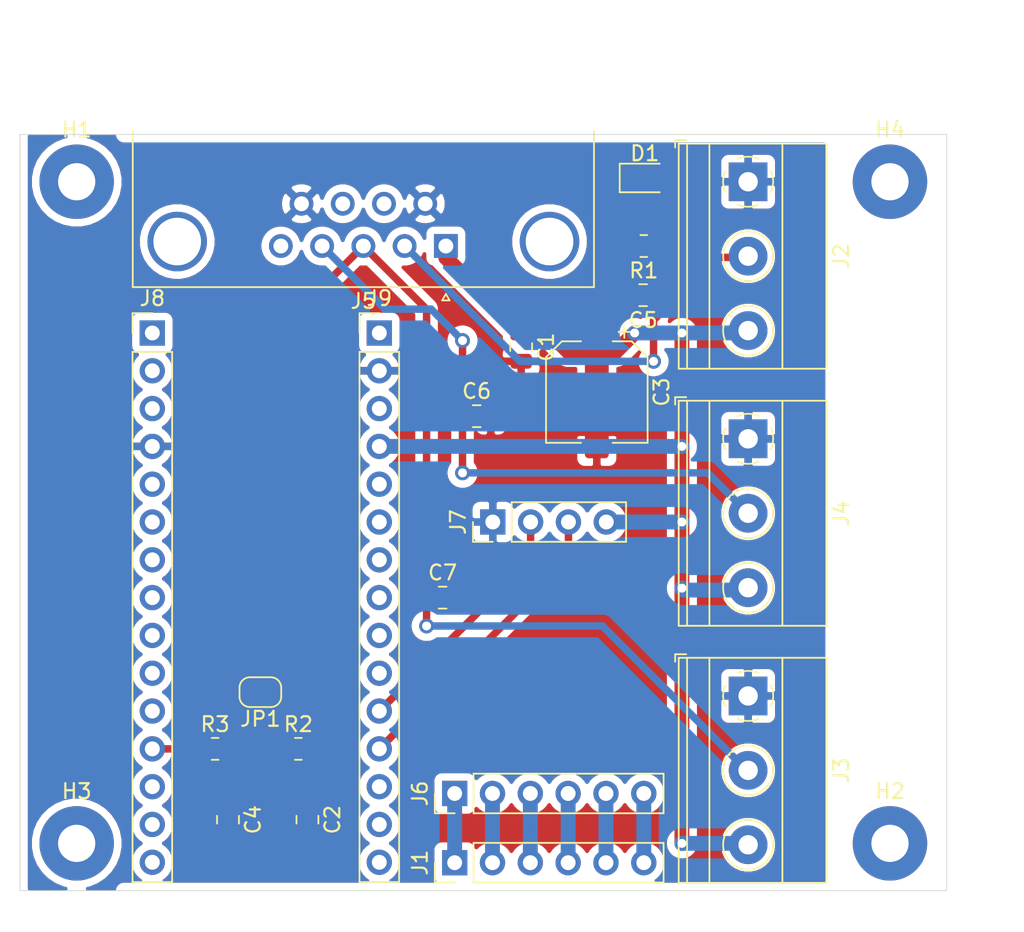
<source format=kicad_pcb>
(kicad_pcb (version 20171130) (host pcbnew "(5.1.8)-1")
  (layers (0 F.Cu signal) (31 B.Cu signal) (34 B.Paste user) (35 F.Paste user) (36 B.SilkS user) (37 F.SilkS user) (38 B.Mask user) (39 F.Mask user) (44 Edge.Cuts user))
  (net 0 "")
  (net 1 GND)
  (net 2 PEDAL_BREAK)
  (net 3 "Net-(D1-Pad2)")
  (net 4 "Net-(J1-Pad6)")
  (net 5 "Net-(J1-Pad5)")
  (net 6 "Net-(J1-Pad4)")
  (net 7 "Net-(J1-Pad3)")
  (net 8 "Net-(J1-Pad2)")
  (net 9 "Net-(J1-Pad1)")
  (net 10 VCC)
  (net 11 PEDAL_GAS)
  (net 12 PEDAL_CLUCH)
  (net 13 "Net-(J5-Pad0)")
  (net 14 SCK)
  (net 15 DT)
  (net 16 "Net-(J8-Pad12)")
  (net 17 "Net-(C4-Pad1)")
  (module MountingHole:MountingHole_2.5mm_Pad (layer F.Cu) (at 69.85 27.94)
    (fp_text reference H4 (at 0 -3.5) (layer F.SilkS))
    (fp_text value MountingHole)
    (pad 1 thru_hole circle (at 0 0) (size 5 5) (drill 2.5) (layers *.Cu *.Mask))
  )
  (module MountingHole:MountingHole_2.5mm_Pad (layer F.Cu) (at 15.24 72.39)
    (fp_text reference H3 (at 0 -3.5) (layer F.SilkS))
    (fp_text value MountingHole)
    (pad 1 thru_hole circle (at 0 0) (size 5 5) (drill 2.5) (layers *.Cu *.Mask))
  )
  (module MountingHole:MountingHole_2.5mm_Pad (layer F.Cu) (at 69.85 72.39)
    (fp_text reference H2 (at 0 -3.5) (layer F.SilkS))
    (fp_text value MountingHole)
    (pad 1 thru_hole circle (at 0 0) (size 5 5) (drill 2.5) (layers *.Cu *.Mask))
  )
  (module MountingHole:MountingHole_2.5mm_Pad (layer F.Cu) (at 15.24 27.94)
    (fp_text reference H1 (at 0 -3.5) (layer F.SilkS))
    (fp_text value MountingHole)
    (pad 1 thru_hole circle (at 0 0) (size 5 5) (drill 2.5) (layers *.Cu *.Mask))
  )
  (module Capacitor_SMD:C_0805_2012Metric (layer F.Cu) (at 39.812 55.88)
    (fp_text reference C7 (at 0 -1.68) (layer F.SilkS))
    (fp_text value 1uF)
    (fp_line (start -0.261252 -0.735) (end 0.261252 -0.735) (layer F.SilkS) (width 0.12))
    (fp_line (start -0.261252 0.735) (end 0.261252 0.735) (layer F.SilkS) (width 0.12))
    (pad 2 smd roundrect (at 0.95 0) (size 1 1.45) (layers F.Cu F.Paste F.Mask) (net 1 GND))
    (pad 1 smd roundrect (at -0.95 0) (size 1 1.45) (layers F.Cu F.Paste F.Mask) (net 2 PEDAL_BREAK))
  )
  (module Capacitor_SMD:C_0805_2012Metric (layer F.Cu) (at 42.098 43.688)
    (fp_text reference C6 (at 0 -1.68) (layer F.SilkS))
    (fp_text value 1uF)
    (fp_line (start -0.261252 -0.735) (end 0.261252 -0.735) (layer F.SilkS) (width 0.12))
    (fp_line (start -0.261252 0.735) (end 0.261252 0.735) (layer F.SilkS) (width 0.12))
    (pad 2 smd roundrect (at 0.95 0) (size 1 1.45) (layers F.Cu F.Paste F.Mask) (net 1 GND))
    (pad 1 smd roundrect (at -0.95 0) (size 1 1.45) (layers F.Cu F.Paste F.Mask) (net 12 PEDAL_CLUCH))
  )
  (module Capacitor_SMD:C_0805_2012Metric (layer F.Cu) (at 53.274 35.56 180)
    (fp_text reference C5 (at 0 -1.68) (layer F.SilkS))
    (fp_text value 1uF)
    (fp_line (start -0.261252 -0.735) (end 0.261252 -0.735) (layer F.SilkS) (width 0.12))
    (fp_line (start -0.261252 0.735) (end 0.261252 0.735) (layer F.SilkS) (width 0.12))
    (pad 2 smd roundrect (at 0.95 0 180) (size 1 1.45) (layers F.Cu F.Paste F.Mask) (net 1 GND))
    (pad 1 smd roundrect (at -0.95 0 180) (size 1 1.45) (layers F.Cu F.Paste F.Mask) (net 11 PEDAL_GAS))
  )
  (module Capacitor_SMD:CP_Elec_6.3x7.7 (layer F.Cu) (at 50.165 42.07 270)
    (fp_text reference C3 (at 0 -4.35 90) (layer F.SilkS))
    (fp_text value "100uF 25V")
    (fp_line (start 3.41 3.41) (end 3.41 1.06) (layer F.SilkS) (width 0.12))
    (fp_line (start 3.41 -3.41) (end 3.41 -1.06) (layer F.SilkS) (width 0.12))
    (fp_line (start -2.345563 -3.41) (end 3.41 -3.41) (layer F.SilkS) (width 0.12))
    (fp_line (start -2.345563 3.41) (end 3.41 3.41) (layer F.SilkS) (width 0.12))
    (fp_line (start -3.41 2.345563) (end -3.41 1.06) (layer F.SilkS) (width 0.12))
    (fp_line (start -3.41 -2.345563) (end -3.41 -1.06) (layer F.SilkS) (width 0.12))
    (fp_line (start -3.41 -2.345563) (end -2.345563 -3.41) (layer F.SilkS) (width 0.12))
    (fp_line (start -3.41 2.345563) (end -2.345563 3.41) (layer F.SilkS) (width 0.12))
    (fp_line (start -4.4375 -1.8475) (end -3.65 -1.8475) (layer F.SilkS) (width 0.12))
    (fp_line (start -4.04375 -2.24125) (end -4.04375 -1.45375) (layer F.SilkS) (width 0.12))
    (pad 2 smd roundrect (at 2.7 0 270) (size 3.5 1.6) (layers F.Cu F.Paste F.Mask) (roundrect_rratio 0.15625) (net 1 GND))
    (pad 1 smd roundrect (at -2.7 0 270) (size 3.5 1.6) (layers F.Cu F.Paste F.Mask) (roundrect_rratio 0.15625) (net 10 VCC))
  )
  (module Capacitor_SMD:C_0805_2012Metric (layer F.Cu) (at 45.085 39.05 270)
    (fp_text reference C1 (at 0 -1.68 90) (layer F.SilkS))
    (fp_text value 1uF)
    (fp_line (start -0.261252 -0.735) (end 0.261252 -0.735) (layer F.SilkS) (width 0.12))
    (fp_line (start -0.261252 0.735) (end 0.261252 0.735) (layer F.SilkS) (width 0.12))
    (pad 2 smd roundrect (at 0.95 0 270) (size 1 1.45) (layers F.Cu F.Paste F.Mask) (net 1 GND))
    (pad 1 smd roundrect (at -0.95 0 270) (size 1 1.45) (layers F.Cu F.Paste F.Mask) (net 10 VCC))
  )
  (module TerminalBlock_Phoenix:TerminalBlock_Phoenix_MKDS-1,5-3_1x03_P5.00mm_Horizontal (layer F.Cu) (at 60.325 45.212 270)
    (fp_text reference J4 (at 5 -6.26 90) (layer F.SilkS))
    (fp_text value Screw_Terminal_01x03)
    (fp_arc (start 0 0) (end -0.684 1.535) (angle -25) (layer F.SilkS) (width 0.12))
    (fp_arc (start 0 0) (end -1.535 -0.684) (angle -48) (layer F.SilkS) (width 0.12))
    (fp_arc (start 0 0) (end 0.684 -1.535) (angle -48) (layer F.SilkS) (width 0.12))
    (fp_arc (start 0 0) (end 1.535 0.684) (angle -48) (layer F.SilkS) (width 0.12))
    (fp_arc (start 0 0) (end 0 1.68) (angle -24) (layer F.SilkS) (width 0.12))
    (fp_circle (center 5 0) (end 6.68 0) (layer F.SilkS) (width 0.12))
    (fp_circle (center 10 0) (end 11.68 0) (layer F.SilkS) (width 0.12))
    (fp_line (start -2.56 4.1) (end 12.56 4.1) (layer F.SilkS) (width 0.12))
    (fp_line (start -2.56 2.6) (end 12.56 2.6) (layer F.SilkS) (width 0.12))
    (fp_line (start -2.56 -2.301) (end 12.56 -2.301) (layer F.SilkS) (width 0.12))
    (fp_line (start -2.56 -5.261) (end 12.56 -5.261) (layer F.SilkS) (width 0.12))
    (fp_line (start -2.56 4.66) (end 12.56 4.66) (layer F.SilkS) (width 0.12))
    (fp_line (start -2.56 -5.261) (end -2.56 4.66) (layer F.SilkS) (width 0.12))
    (fp_line (start 12.56 -5.261) (end 12.56 4.66) (layer F.SilkS) (width 0.12))
    (fp_line (start 6.275 -1.069) (end 6.228 -1.023) (layer F.SilkS) (width 0.12))
    (fp_line (start 3.966 1.239) (end 3.931 1.274) (layer F.SilkS) (width 0.12))
    (fp_line (start 6.07 -1.275) (end 6.035 -1.239) (layer F.SilkS) (width 0.12))
    (fp_line (start 3.773 1.023) (end 3.726 1.069) (layer F.SilkS) (width 0.12))
    (fp_line (start 11.275 -1.069) (end 11.228 -1.023) (layer F.SilkS) (width 0.12))
    (fp_line (start 8.966 1.239) (end 8.931 1.274) (layer F.SilkS) (width 0.12))
    (fp_line (start 11.07 -1.275) (end 11.035 -1.239) (layer F.SilkS) (width 0.12))
    (fp_line (start 8.773 1.023) (end 8.726 1.069) (layer F.SilkS) (width 0.12))
    (fp_line (start -2.8 4.16) (end -2.8 4.9) (layer F.SilkS) (width 0.12))
    (fp_line (start -2.8 4.9) (end -2.3 4.9) (layer F.SilkS) (width 0.12))
    (pad 3 thru_hole circle (at 10 0 270) (size 2.6 2.6) (drill 1.3) (layers *.Cu *.Mask) (net 10 VCC))
    (pad 2 thru_hole circle (at 5 0 270) (size 2.6 2.6) (drill 1.3) (layers *.Cu *.Mask) (net 12 PEDAL_CLUCH))
    (pad 1 thru_hole rect (at 0 0 270) (size 2.6 2.6) (drill 1.3) (layers *.Cu *.Mask) (net 1 GND))
  )
  (module TerminalBlock_Phoenix:TerminalBlock_Phoenix_MKDS-1,5-3_1x03_P5.00mm_Horizontal (layer F.Cu) (at 60.325 62.484 270)
    (fp_text reference J3 (at 5 -6.26 90) (layer F.SilkS))
    (fp_text value Screw_Terminal_01x03)
    (fp_arc (start 0 0) (end -0.684 1.535) (angle -25) (layer F.SilkS) (width 0.12))
    (fp_arc (start 0 0) (end -1.535 -0.684) (angle -48) (layer F.SilkS) (width 0.12))
    (fp_arc (start 0 0) (end 0.684 -1.535) (angle -48) (layer F.SilkS) (width 0.12))
    (fp_arc (start 0 0) (end 1.535 0.684) (angle -48) (layer F.SilkS) (width 0.12))
    (fp_arc (start 0 0) (end 0 1.68) (angle -24) (layer F.SilkS) (width 0.12))
    (fp_circle (center 5 0) (end 6.68 0) (layer F.SilkS) (width 0.12))
    (fp_circle (center 10 0) (end 11.68 0) (layer F.SilkS) (width 0.12))
    (fp_line (start -2.56 4.1) (end 12.56 4.1) (layer F.SilkS) (width 0.12))
    (fp_line (start -2.56 2.6) (end 12.56 2.6) (layer F.SilkS) (width 0.12))
    (fp_line (start -2.56 -2.301) (end 12.56 -2.301) (layer F.SilkS) (width 0.12))
    (fp_line (start -2.56 -5.261) (end 12.56 -5.261) (layer F.SilkS) (width 0.12))
    (fp_line (start -2.56 4.66) (end 12.56 4.66) (layer F.SilkS) (width 0.12))
    (fp_line (start -2.56 -5.261) (end -2.56 4.66) (layer F.SilkS) (width 0.12))
    (fp_line (start 12.56 -5.261) (end 12.56 4.66) (layer F.SilkS) (width 0.12))
    (fp_line (start 6.275 -1.069) (end 6.228 -1.023) (layer F.SilkS) (width 0.12))
    (fp_line (start 3.966 1.239) (end 3.931 1.274) (layer F.SilkS) (width 0.12))
    (fp_line (start 6.07 -1.275) (end 6.035 -1.239) (layer F.SilkS) (width 0.12))
    (fp_line (start 3.773 1.023) (end 3.726 1.069) (layer F.SilkS) (width 0.12))
    (fp_line (start 11.275 -1.069) (end 11.228 -1.023) (layer F.SilkS) (width 0.12))
    (fp_line (start 8.966 1.239) (end 8.931 1.274) (layer F.SilkS) (width 0.12))
    (fp_line (start 11.07 -1.275) (end 11.035 -1.239) (layer F.SilkS) (width 0.12))
    (fp_line (start 8.773 1.023) (end 8.726 1.069) (layer F.SilkS) (width 0.12))
    (fp_line (start -2.8 4.16) (end -2.8 4.9) (layer F.SilkS) (width 0.12))
    (fp_line (start -2.8 4.9) (end -2.3 4.9) (layer F.SilkS) (width 0.12))
    (pad 3 thru_hole circle (at 10 0 270) (size 2.6 2.6) (drill 1.3) (layers *.Cu *.Mask) (net 10 VCC))
    (pad 2 thru_hole circle (at 5 0 270) (size 2.6 2.6) (drill 1.3) (layers *.Cu *.Mask) (net 2 PEDAL_BREAK))
    (pad 1 thru_hole rect (at 0 0 270) (size 2.6 2.6) (drill 1.3) (layers *.Cu *.Mask) (net 1 GND))
  )
  (module TerminalBlock_Phoenix:TerminalBlock_Phoenix_MKDS-1,5-3_1x03_P5.00mm_Horizontal (layer F.Cu) (at 60.325 27.94 270)
    (fp_text reference J2 (at 5 -6.26 90) (layer F.SilkS))
    (fp_text value Screw_Terminal_01x03)
    (fp_arc (start 0 0) (end -0.684 1.535) (angle -25) (layer F.SilkS) (width 0.12))
    (fp_arc (start 0 0) (end -1.535 -0.684) (angle -48) (layer F.SilkS) (width 0.12))
    (fp_arc (start 0 0) (end 0.684 -1.535) (angle -48) (layer F.SilkS) (width 0.12))
    (fp_arc (start 0 0) (end 1.535 0.684) (angle -48) (layer F.SilkS) (width 0.12))
    (fp_arc (start 0 0) (end 0 1.68) (angle -24) (layer F.SilkS) (width 0.12))
    (fp_circle (center 5 0) (end 6.68 0) (layer F.SilkS) (width 0.12))
    (fp_circle (center 10 0) (end 11.68 0) (layer F.SilkS) (width 0.12))
    (fp_line (start -2.56 4.1) (end 12.56 4.1) (layer F.SilkS) (width 0.12))
    (fp_line (start -2.56 2.6) (end 12.56 2.6) (layer F.SilkS) (width 0.12))
    (fp_line (start -2.56 -2.301) (end 12.56 -2.301) (layer F.SilkS) (width 0.12))
    (fp_line (start -2.56 -5.261) (end 12.56 -5.261) (layer F.SilkS) (width 0.12))
    (fp_line (start -2.56 4.66) (end 12.56 4.66) (layer F.SilkS) (width 0.12))
    (fp_line (start -2.56 -5.261) (end -2.56 4.66) (layer F.SilkS) (width 0.12))
    (fp_line (start 12.56 -5.261) (end 12.56 4.66) (layer F.SilkS) (width 0.12))
    (fp_line (start 6.275 -1.069) (end 6.228 -1.023) (layer F.SilkS) (width 0.12))
    (fp_line (start 3.966 1.239) (end 3.931 1.274) (layer F.SilkS) (width 0.12))
    (fp_line (start 6.07 -1.275) (end 6.035 -1.239) (layer F.SilkS) (width 0.12))
    (fp_line (start 3.773 1.023) (end 3.726 1.069) (layer F.SilkS) (width 0.12))
    (fp_line (start 11.275 -1.069) (end 11.228 -1.023) (layer F.SilkS) (width 0.12))
    (fp_line (start 8.966 1.239) (end 8.931 1.274) (layer F.SilkS) (width 0.12))
    (fp_line (start 11.07 -1.275) (end 11.035 -1.239) (layer F.SilkS) (width 0.12))
    (fp_line (start 8.773 1.023) (end 8.726 1.069) (layer F.SilkS) (width 0.12))
    (fp_line (start -2.8 4.16) (end -2.8 4.9) (layer F.SilkS) (width 0.12))
    (fp_line (start -2.8 4.9) (end -2.3 4.9) (layer F.SilkS) (width 0.12))
    (pad 3 thru_hole circle (at 10 0 270) (size 2.6 2.6) (drill 1.3) (layers *.Cu *.Mask) (net 10 VCC))
    (pad 2 thru_hole circle (at 5 0 270) (size 2.6 2.6) (drill 1.3) (layers *.Cu *.Mask) (net 11 PEDAL_GAS))
    (pad 1 thru_hole rect (at 0 0 270) (size 2.6 2.6) (drill 1.3) (layers *.Cu *.Mask) (net 1 GND))
  )
  (module Resistor_SMD:R_0805_2012Metric (layer F.Cu) (at 24.5345 66.04)
    (fp_text reference R3 (at 0 -1.65) (layer F.SilkS))
    (fp_text value 16K)
    (fp_line (start -0.227064 -0.735) (end 0.227064 -0.735) (layer F.SilkS) (width 0.12))
    (fp_line (start -0.227064 0.735) (end 0.227064 0.735) (layer F.SilkS) (width 0.12))
    (pad 2 smd roundrect (at 0.9125 0) (size 1.025 1.4) (layers F.Cu F.Paste F.Mask) (roundrect_rratio 0.243902) (net 17 "Net-(C4-Pad1)"))
    (pad 1 smd roundrect (at -0.9125 0) (size 1.025 1.4) (layers F.Cu F.Paste F.Mask) (roundrect_rratio 0.243902) (net 16 "Net-(J8-Pad12)"))
  )
  (module Resistor_SMD:R_0805_2012Metric (layer F.Cu) (at 30.1225 66.04)
    (fp_text reference R2 (at 0 -1.65) (layer F.SilkS))
    (fp_text value 1K)
    (fp_line (start -0.227064 -0.735) (end 0.227064 -0.735) (layer F.SilkS) (width 0.12))
    (fp_line (start -0.227064 0.735) (end 0.227064 0.735) (layer F.SilkS) (width 0.12))
    (pad 2 smd roundrect (at 0.9125 0) (size 1.025 1.4) (layers F.Cu F.Paste F.Mask) (roundrect_rratio 0.243902) (net 2 PEDAL_BREAK))
    (pad 1 smd roundrect (at -0.9125 0) (size 1.025 1.4) (layers F.Cu F.Paste F.Mask) (roundrect_rratio 0.243902) (net 17 "Net-(C4-Pad1)"))
  )
  (module Resistor_SMD:R_0805_2012Metric (layer F.Cu) (at 53.3165 32.258 180)
    (fp_text reference R1 (at 0 -1.65) (layer F.SilkS))
    (fp_text value 330)
    (fp_line (start -0.227064 -0.735) (end 0.227064 -0.735) (layer F.SilkS) (width 0.12))
    (fp_line (start -0.227064 0.735) (end 0.227064 0.735) (layer F.SilkS) (width 0.12))
    (pad 2 smd roundrect (at 0.9125 0 180) (size 1.025 1.4) (layers F.Cu F.Paste F.Mask) (roundrect_rratio 0.243902) (net 10 VCC))
    (pad 1 smd roundrect (at -0.9125 0 180) (size 1.025 1.4) (layers F.Cu F.Paste F.Mask) (roundrect_rratio 0.243902) (net 3 "Net-(D1-Pad2)"))
  )
  (module Jumper:SolderJumper-2_P1.3mm_Bridged_RoundedPad1.0x1.5mm (layer F.Cu) (at 27.574 62.23 180)
    (fp_text reference JP1 (at 0 -1.8) (layer F.SilkS))
    (fp_text value SolderJumper_2_Bridged)
    (fp_arc (start -0.7 -0.3) (end -0.7 -1) (angle -90) (layer F.SilkS) (width 0.12))
    (fp_arc (start -0.7 0.3) (end -1.4 0.3) (angle -90) (layer F.SilkS) (width 0.12))
    (fp_arc (start 0.7 0.3) (end 0.7 1) (angle -90) (layer F.SilkS) (width 0.12))
    (fp_arc (start 0.7 -0.3) (end 1.4 -0.3) (angle -90) (layer F.SilkS) (width 0.12))
    (fp_line (start -1.4 0.3) (end -1.4 -0.3) (layer F.SilkS) (width 0.12))
    (fp_line (start 0.7 1) (end -0.7 1) (layer F.SilkS) (width 0.12))
    (fp_line (start 1.4 -0.3) (end 1.4 0.3) (layer F.SilkS) (width 0.12))
    (fp_line (start -0.7 -1) (end 0.7 -1) (layer F.SilkS) (width 0.12))
    (fp_poly (pts (xy 0.25 -0.3) (xy -0.25 -0.3) (xy -0.25 0.3) (xy 0.25 0.3)) (layer F.Cu) (width 0))
    (pad 1 smd custom (at -0.65 0 180) (size 1 0.5) (layers F.Cu F.Mask) (net 2 PEDAL_BREAK) (options (clearance outline) (anchor rect)) (primitives (gr_circle (center 0 0.25) (end 0.5 0.25) (width 0)) (gr_circle (center 0 -0.25) (end 0.5 -0.25) (width 0)) (gr_poly (pts (xy 0 -0.75) (xy 0.5 -0.75) (xy 0.5 0.75) (xy 0 0.75)) (width 0))))
    (pad 2 smd custom (at 0.65 0 180) (size 1 0.5) (layers F.Cu F.Mask) (net 17 "Net-(C4-Pad1)") (options (clearance outline) (anchor rect)) (primitives (gr_circle (center 0 0.25) (end 0.5 0.25) (width 0)) (gr_circle (center 0 -0.25) (end 0.5 -0.25) (width 0)) (gr_poly (pts (xy 0 -0.75) (xy -0.5 -0.75) (xy -0.5 0.75) (xy 0 0.75)) (width 0))))
  )
  (module Connector_PinHeader_2.54mm:PinHeader_1x15_P2.54mm_Vertical (layer F.Cu) (at 35.56 38.1)
    (fp_text reference J9 (at 0 -2.33) (layer F.SilkS))
    (fp_text value Conn_01x15)
    (fp_line (start -1.33 36.89) (end 1.33 36.89) (layer F.SilkS) (width 0.12))
    (fp_line (start -1.33 1.27) (end -1.33 36.89) (layer F.SilkS) (width 0.12))
    (fp_line (start 1.33 1.27) (end 1.33 36.89) (layer F.SilkS) (width 0.12))
    (fp_line (start -1.33 1.27) (end 1.33 1.27) (layer F.SilkS) (width 0.12))
    (fp_line (start -1.33 0) (end -1.33 -1.33) (layer F.SilkS) (width 0.12))
    (fp_line (start -1.33 -1.33) (end 0 -1.33) (layer F.SilkS) (width 0.12))
    (pad 15 thru_hole oval (at 0 35.56) (size 1.7 1.7) (drill 1) (layers *.Cu *.Mask))
    (pad 14 thru_hole oval (at 0 33.02) (size 1.7 1.7) (drill 1) (layers *.Cu *.Mask))
    (pad 13 thru_hole oval (at 0 30.48) (size 1.7 1.7) (drill 1) (layers *.Cu *.Mask))
    (pad 12 thru_hole oval (at 0 27.94) (size 1.7 1.7) (drill 1) (layers *.Cu *.Mask) (net 14 SCK))
    (pad 11 thru_hole oval (at 0 25.4) (size 1.7 1.7) (drill 1) (layers *.Cu *.Mask) (net 15 DT))
    (pad 10 thru_hole oval (at 0 22.86) (size 1.7 1.7) (drill 1) (layers *.Cu *.Mask))
    (pad 9 thru_hole oval (at 0 20.32) (size 1.7 1.7) (drill 1) (layers *.Cu *.Mask))
    (pad 8 thru_hole oval (at 0 17.78) (size 1.7 1.7) (drill 1) (layers *.Cu *.Mask))
    (pad 7 thru_hole oval (at 0 15.24) (size 1.7 1.7) (drill 1) (layers *.Cu *.Mask))
    (pad 6 thru_hole oval (at 0 12.7) (size 1.7 1.7) (drill 1) (layers *.Cu *.Mask))
    (pad 5 thru_hole oval (at 0 10.16) (size 1.7 1.7) (drill 1) (layers *.Cu *.Mask))
    (pad 4 thru_hole oval (at 0 7.62) (size 1.7 1.7) (drill 1) (layers *.Cu *.Mask) (net 10 VCC))
    (pad 3 thru_hole oval (at 0 5.08) (size 1.7 1.7) (drill 1) (layers *.Cu *.Mask))
    (pad 2 thru_hole oval (at 0 2.54) (size 1.7 1.7) (drill 1) (layers *.Cu *.Mask) (net 1 GND))
    (pad 1 thru_hole rect (at 0 0) (size 1.7 1.7) (drill 1) (layers *.Cu *.Mask))
  )
  (module Connector_PinHeader_2.54mm:PinHeader_1x15_P2.54mm_Vertical (layer F.Cu) (at 20.32 38.1)
    (fp_text reference J8 (at 0 -2.33) (layer F.SilkS))
    (fp_text value Conn_01x15)
    (fp_line (start -1.33 36.89) (end 1.33 36.89) (layer F.SilkS) (width 0.12))
    (fp_line (start -1.33 1.27) (end -1.33 36.89) (layer F.SilkS) (width 0.12))
    (fp_line (start 1.33 1.27) (end 1.33 36.89) (layer F.SilkS) (width 0.12))
    (fp_line (start -1.33 1.27) (end 1.33 1.27) (layer F.SilkS) (width 0.12))
    (fp_line (start -1.33 0) (end -1.33 -1.33) (layer F.SilkS) (width 0.12))
    (fp_line (start -1.33 -1.33) (end 0 -1.33) (layer F.SilkS) (width 0.12))
    (pad 15 thru_hole oval (at 0 35.56) (size 1.7 1.7) (drill 1) (layers *.Cu *.Mask))
    (pad 14 thru_hole oval (at 0 33.02) (size 1.7 1.7) (drill 1) (layers *.Cu *.Mask))
    (pad 13 thru_hole oval (at 0 30.48) (size 1.7 1.7) (drill 1) (layers *.Cu *.Mask))
    (pad 12 thru_hole oval (at 0 27.94) (size 1.7 1.7) (drill 1) (layers *.Cu *.Mask) (net 16 "Net-(J8-Pad12)"))
    (pad 11 thru_hole oval (at 0 25.4) (size 1.7 1.7) (drill 1) (layers *.Cu *.Mask))
    (pad 10 thru_hole oval (at 0 22.86) (size 1.7 1.7) (drill 1) (layers *.Cu *.Mask))
    (pad 9 thru_hole oval (at 0 20.32) (size 1.7 1.7) (drill 1) (layers *.Cu *.Mask))
    (pad 8 thru_hole oval (at 0 17.78) (size 1.7 1.7) (drill 1) (layers *.Cu *.Mask))
    (pad 7 thru_hole oval (at 0 15.24) (size 1.7 1.7) (drill 1) (layers *.Cu *.Mask))
    (pad 6 thru_hole oval (at 0 12.7) (size 1.7 1.7) (drill 1) (layers *.Cu *.Mask))
    (pad 5 thru_hole oval (at 0 10.16) (size 1.7 1.7) (drill 1) (layers *.Cu *.Mask))
    (pad 4 thru_hole oval (at 0 7.62) (size 1.7 1.7) (drill 1) (layers *.Cu *.Mask) (net 1 GND))
    (pad 3 thru_hole oval (at 0 5.08) (size 1.7 1.7) (drill 1) (layers *.Cu *.Mask))
    (pad 2 thru_hole oval (at 0 2.54) (size 1.7 1.7) (drill 1) (layers *.Cu *.Mask))
    (pad 1 thru_hole rect (at 0 0) (size 1.7 1.7) (drill 1) (layers *.Cu *.Mask))
  )
  (module Connector_PinHeader_2.54mm:PinHeader_1x04_P2.54mm_Vertical (layer F.Cu) (at 43.18 50.8 90)
    (fp_text reference J7 (at 0 -2.33 90) (layer F.SilkS))
    (fp_text value Conn_01x04)
    (fp_line (start -1.33 8.95) (end 1.33 8.95) (layer F.SilkS) (width 0.12))
    (fp_line (start -1.33 1.27) (end -1.33 8.95) (layer F.SilkS) (width 0.12))
    (fp_line (start 1.33 1.27) (end 1.33 8.95) (layer F.SilkS) (width 0.12))
    (fp_line (start -1.33 1.27) (end 1.33 1.27) (layer F.SilkS) (width 0.12))
    (fp_line (start -1.33 0) (end -1.33 -1.33) (layer F.SilkS) (width 0.12))
    (fp_line (start -1.33 -1.33) (end 0 -1.33) (layer F.SilkS) (width 0.12))
    (pad 4 thru_hole oval (at 0 7.62 90) (size 1.7 1.7) (drill 1) (layers *.Cu *.Mask) (net 10 VCC))
    (pad 3 thru_hole oval (at 0 5.08 90) (size 1.7 1.7) (drill 1) (layers *.Cu *.Mask) (net 14 SCK))
    (pad 2 thru_hole oval (at 0 2.54 90) (size 1.7 1.7) (drill 1) (layers *.Cu *.Mask) (net 15 DT))
    (pad 1 thru_hole rect (at 0 0 90) (size 1.7 1.7) (drill 1) (layers *.Cu *.Mask) (net 1 GND))
  )
  (module Connector_PinHeader_2.54mm:PinHeader_1x06_P2.54mm_Vertical (layer F.Cu) (at 40.62 69.037 90)
    (fp_text reference J6 (at 0 -2.33 90) (layer F.SilkS))
    (fp_text value Conn_01x06)
    (fp_line (start -1.33 14.03) (end 1.33 14.03) (layer F.SilkS) (width 0.12))
    (fp_line (start -1.33 1.27) (end -1.33 14.03) (layer F.SilkS) (width 0.12))
    (fp_line (start 1.33 1.27) (end 1.33 14.03) (layer F.SilkS) (width 0.12))
    (fp_line (start -1.33 1.27) (end 1.33 1.27) (layer F.SilkS) (width 0.12))
    (fp_line (start -1.33 0) (end -1.33 -1.33) (layer F.SilkS) (width 0.12))
    (fp_line (start -1.33 -1.33) (end 0 -1.33) (layer F.SilkS) (width 0.12))
    (pad 6 thru_hole oval (at 0 12.7 90) (size 1.7 1.7) (drill 1) (layers *.Cu *.Mask) (net 4 "Net-(J1-Pad6)"))
    (pad 5 thru_hole oval (at 0 10.16 90) (size 1.7 1.7) (drill 1) (layers *.Cu *.Mask) (net 5 "Net-(J1-Pad5)"))
    (pad 4 thru_hole oval (at 0 7.62 90) (size 1.7 1.7) (drill 1) (layers *.Cu *.Mask) (net 6 "Net-(J1-Pad4)"))
    (pad 3 thru_hole oval (at 0 5.08 90) (size 1.7 1.7) (drill 1) (layers *.Cu *.Mask) (net 7 "Net-(J1-Pad3)"))
    (pad 2 thru_hole oval (at 0 2.54 90) (size 1.7 1.7) (drill 1) (layers *.Cu *.Mask) (net 8 "Net-(J1-Pad2)"))
    (pad 1 thru_hole rect (at 0 0 90) (size 1.7 1.7) (drill 1) (layers *.Cu *.Mask) (net 9 "Net-(J1-Pad1)"))
  )
  (module Connector_Dsub:DSUB-9_Male_Horizontal_P2.77x2.84mm_EdgePinOffset4.94mm_Housed_MountingHolesOffset7.48mm (layer F.Cu) (at 40.03 32.258 180)
    (fp_text reference J5 (at 5.54 -3.7) (layer F.SilkS))
    (fp_text value DB9_Male_MountingHoles)
    (fp_line (start -9.945 7.72) (end -9.945 -2.76) (layer F.SilkS) (width 0.12))
    (fp_line (start -9.945 -2.76) (end 21.025 -2.76) (layer F.SilkS) (width 0.12))
    (fp_line (start 21.025 -2.76) (end 21.025 7.72) (layer F.SilkS) (width 0.12))
    (fp_line (start -0.25 -3.654338) (end 0.25 -3.654338) (layer F.SilkS) (width 0.12))
    (fp_line (start 0.25 -3.654338) (end 0 -3.221325) (layer F.SilkS) (width 0.12))
    (fp_line (start 0 -3.221325) (end -0.25 -3.654338) (layer F.SilkS) (width 0.12))
    (pad 0 thru_hole circle (at 18.04 0.3 180) (size 4 4) (drill 3.2) (layers *.Cu *.Mask) (net 13 "Net-(J5-Pad0)"))
    (pad 0 thru_hole circle (at -6.96 0.3 180) (size 4 4) (drill 3.2) (layers *.Cu *.Mask) (net 13 "Net-(J5-Pad0)"))
    (pad 9 thru_hole circle (at 9.695 2.84 180) (size 1.6 1.6) (drill 1) (layers *.Cu *.Mask) (net 1 GND))
    (pad 8 thru_hole circle (at 6.925 2.84 180) (size 1.6 1.6) (drill 1) (layers *.Cu *.Mask))
    (pad 7 thru_hole circle (at 4.155 2.84 180) (size 1.6 1.6) (drill 1) (layers *.Cu *.Mask))
    (pad 6 thru_hole circle (at 1.385 2.84 180) (size 1.6 1.6) (drill 1) (layers *.Cu *.Mask) (net 1 GND))
    (pad 5 thru_hole circle (at 11.08 0 180) (size 1.6 1.6) (drill 1) (layers *.Cu *.Mask))
    (pad 4 thru_hole circle (at 8.31 0 180) (size 1.6 1.6) (drill 1) (layers *.Cu *.Mask) (net 12 PEDAL_CLUCH))
    (pad 3 thru_hole circle (at 5.54 0 180) (size 1.6 1.6) (drill 1) (layers *.Cu *.Mask) (net 2 PEDAL_BREAK))
    (pad 2 thru_hole circle (at 2.77 0 180) (size 1.6 1.6) (drill 1) (layers *.Cu *.Mask) (net 11 PEDAL_GAS))
    (pad 1 thru_hole rect (at 0 0 180) (size 1.6 1.6) (drill 1) (layers *.Cu *.Mask) (net 10 VCC))
  )
  (module Connector_PinHeader_2.54mm:PinHeader_1x06_P2.54mm_Vertical (layer F.Cu) (at 40.62 73.687 90)
    (fp_text reference J1 (at 0 -2.33 90) (layer F.SilkS))
    (fp_text value Conn_01x06)
    (fp_line (start -1.33 14.03) (end 1.33 14.03) (layer F.SilkS) (width 0.12))
    (fp_line (start -1.33 1.27) (end -1.33 14.03) (layer F.SilkS) (width 0.12))
    (fp_line (start 1.33 1.27) (end 1.33 14.03) (layer F.SilkS) (width 0.12))
    (fp_line (start -1.33 1.27) (end 1.33 1.27) (layer F.SilkS) (width 0.12))
    (fp_line (start -1.33 0) (end -1.33 -1.33) (layer F.SilkS) (width 0.12))
    (fp_line (start -1.33 -1.33) (end 0 -1.33) (layer F.SilkS) (width 0.12))
    (pad 6 thru_hole oval (at 0 12.7 90) (size 1.7 1.7) (drill 1) (layers *.Cu *.Mask) (net 4 "Net-(J1-Pad6)"))
    (pad 5 thru_hole oval (at 0 10.16 90) (size 1.7 1.7) (drill 1) (layers *.Cu *.Mask) (net 5 "Net-(J1-Pad5)"))
    (pad 4 thru_hole oval (at 0 7.62 90) (size 1.7 1.7) (drill 1) (layers *.Cu *.Mask) (net 6 "Net-(J1-Pad4)"))
    (pad 3 thru_hole oval (at 0 5.08 90) (size 1.7 1.7) (drill 1) (layers *.Cu *.Mask) (net 7 "Net-(J1-Pad3)"))
    (pad 2 thru_hole oval (at 0 2.54 90) (size 1.7 1.7) (drill 1) (layers *.Cu *.Mask) (net 8 "Net-(J1-Pad2)"))
    (pad 1 thru_hole rect (at 0 0 90) (size 1.7 1.7) (drill 1) (layers *.Cu *.Mask) (net 9 "Net-(J1-Pad1)"))
  )
  (module LED_SMD:LED_0805_2012Metric (layer F.Cu) (at 53.3885 27.686)
    (fp_text reference D1 (at 0 -1.65) (layer F.SilkS))
    (fp_text value LED)
    (fp_line (start 1 -0.96) (end -1.685 -0.96) (layer F.SilkS) (width 0.12))
    (fp_line (start -1.685 -0.96) (end -1.685 0.96) (layer F.SilkS) (width 0.12))
    (fp_line (start -1.685 0.96) (end 1 0.96) (layer F.SilkS) (width 0.12))
    (pad 2 smd roundrect (at 0.9375 0) (size 0.975 1.4) (layers F.Cu F.Paste F.Mask) (net 3 "Net-(D1-Pad2)"))
    (pad 1 smd roundrect (at -0.9375 0) (size 0.975 1.4) (layers F.Cu F.Paste F.Mask) (net 1 GND))
  )
  (module Capacitor_SMD:C_0805_2012Metric (layer F.Cu) (at 25.4 70.8 270)
    (fp_text reference C4 (at 0 -1.68 90) (layer F.SilkS))
    (fp_text value 100nF)
    (fp_line (start -0.261252 -0.735) (end 0.261252 -0.735) (layer F.SilkS) (width 0.12))
    (fp_line (start -0.261252 0.735) (end 0.261252 0.735) (layer F.SilkS) (width 0.12))
    (pad 2 smd roundrect (at 0.95 0 270) (size 1 1.45) (layers F.Cu F.Paste F.Mask) (net 1 GND))
    (pad 1 smd roundrect (at -0.95 0 270) (size 1 1.45) (layers F.Cu F.Paste F.Mask) (net 17 "Net-(C4-Pad1)"))
  )
  (module Capacitor_SMD:C_0805_2012Metric (layer F.Cu) (at 30.734 70.8 270)
    (fp_text reference C2 (at 0 -1.68 90) (layer F.SilkS))
    (fp_text value 1uF)
    (fp_line (start -0.261252 -0.735) (end 0.261252 -0.735) (layer F.SilkS) (width 0.12))
    (fp_line (start -0.261252 0.735) (end 0.261252 0.735) (layer F.SilkS) (width 0.12))
    (pad 2 smd roundrect (at 0.95 0 270) (size 1 1.45) (layers F.Cu F.Paste F.Mask) (net 1 GND))
    (pad 1 smd roundrect (at -0.95 0 270) (size 1 1.45) (layers F.Cu F.Paste F.Mask) (net 2 PEDAL_BREAK))
  )
  (gr_line (start 11.43 75.565) (end 11.43 24.765) (layer Edge.Cuts) (width 0.05))
  (gr_line (start 73.66 75.565) (end 11.43 75.565) (layer Edge.Cuts) (width 0.05))
  (gr_line (start 73.66 24.765) (end 73.66 75.565) (layer Edge.Cuts) (width 0.05))
  (gr_line (start 11.43 24.765) (end 73.66 24.765) (layer Edge.Cuts) (width 0.05))
  (segment (start 31.035 65.041) (end 28.224 62.23) (width 0.5) (layer F.Cu) (net 2))
  (segment (start 31.035 66.04) (end 31.035 65.041) (width 0.5) (layer F.Cu) (net 2))
  (segment (start 31.035 66.04) (end 31.035 67.39) (width 0.5) (layer F.Cu) (net 2))
  (segment (start 30.734 67.691) (end 30.734 69.85) (width 0.5) (layer F.Cu) (net 2))
  (segment (start 31.035 67.39) (end 30.734 67.691) (width 0.5) (layer F.Cu) (net 2))
  (segment (start 28.224 38.524) (end 28.224 62.23) (width 0.5) (layer F.Cu) (net 2))
  (segment (start 34.49 32.258) (end 28.224 38.524) (width 0.5) (layer F.Cu) (net 2))
  (via (at 38.735 57.785) (size 1) (drill 0.6) (layers F.Cu B.Cu) (net 2))
  (segment (start 50.546 57.785) (end 38.735 57.785) (width 0.5) (layer B.Cu) (net 2))
  (segment (start 60.325 67.564) (end 50.546 57.785) (width 0.5) (layer B.Cu) (net 2))
  (segment (start 38.735 36.503) (end 34.49 32.258) (width 0.5) (layer F.Cu) (net 2))
  (segment (start 38.735 57.785) (end 38.735 36.503) (width 0.5) (layer F.Cu) (net 2))
  (segment (start 25.447 63.707) (end 26.924 62.23) (width 0.5) (layer F.Cu) (net 17))
  (segment (start 25.447 66.04) (end 25.447 63.707) (width 0.5) (layer F.Cu) (net 17))
  (segment (start 25.447 66.04) (end 29.21 66.04) (width 0.5) (layer F.Cu) (net 17))
  (segment (start 25.447 69.803) (end 25.4 69.85) (width 0.5) (layer F.Cu) (net 17))
  (segment (start 25.447 66.04) (end 25.447 69.803) (width 0.5) (layer F.Cu) (net 17))
  (segment (start 54.326 32.161) (end 54.229 32.258) (width 0.5) (layer F.Cu) (net 3))
  (segment (start 54.326 27.686) (end 54.326 32.161) (width 0.5) (layer F.Cu) (net 3))
  (segment (start 53.32 73.687) (end 53.32 69.037) (width 1) (layer B.Cu) (net 4))
  (segment (start 50.78 73.687) (end 50.78 69.037) (width 1) (layer B.Cu) (net 5))
  (segment (start 48.24 73.687) (end 48.24 69.037) (width 1) (layer B.Cu) (net 6))
  (segment (start 45.7 73.687) (end 45.7 69.037) (width 1) (layer B.Cu) (net 7))
  (segment (start 43.16 73.687) (end 43.16 69.037) (width 1) (layer B.Cu) (net 8))
  (segment (start 40.62 73.687) (end 40.62 69.037) (width 1) (layer B.Cu) (net 9))
  (via (at 55.88 72.39) (size 1) (drill 0.6) (layers F.Cu B.Cu) (net 10))
  (segment (start 60.071 72.39) (end 60.325 72.644) (width 1) (layer B.Cu) (net 10))
  (segment (start 55.88 72.39) (end 60.071 72.39) (width 1) (layer B.Cu) (net 10))
  (segment (start 56.007 55.372) (end 55.88 55.245) (width 1) (layer B.Cu) (net 10))
  (via (at 55.88 55.245) (size 1) (drill 0.6) (layers F.Cu B.Cu) (net 10))
  (segment (start 55.88 55.245) (end 55.88 72.39) (width 1) (layer F.Cu) (net 10))
  (segment (start 60.325 55.372) (end 56.007 55.372) (width 1) (layer B.Cu) (net 10))
  (via (at 55.88 50.8) (size 1) (drill 0.6) (layers F.Cu B.Cu) (net 10))
  (segment (start 50.8 50.8) (end 55.88 50.8) (width 1) (layer B.Cu) (net 10))
  (segment (start 55.88 50.8) (end 55.88 55.245) (width 1) (layer F.Cu) (net 10))
  (via (at 55.88 38.1) (size 1) (drill 0.6) (layers F.Cu B.Cu) (net 10))
  (segment (start 60.325 38.1) (end 55.88 38.1) (width 1) (layer B.Cu) (net 10))
  (via (at 52.705 38.1) (size 1) (drill 0.6) (layers F.Cu B.Cu) (net 10))
  (segment (start 52.705 38.1) (end 55.88 38.1) (width 1) (layer B.Cu) (net 10))
  (via (at 55.88 45.72) (size 1) (drill 0.6) (layers F.Cu B.Cu) (net 10))
  (segment (start 55.88 45.72) (end 55.88 50.8) (width 1) (layer F.Cu) (net 10))
  (segment (start 35.56 45.72) (end 55.88 45.72) (width 1) (layer B.Cu) (net 10))
  (segment (start 55.88 38.1) (end 55.88 45.72) (width 1) (layer F.Cu) (net 10))
  (segment (start 40.03 33.045) (end 45.085 38.1) (width 1) (layer F.Cu) (net 10))
  (segment (start 40.03 32.258) (end 40.03 33.045) (width 1) (layer F.Cu) (net 10))
  (segment (start 45.085 38.1) (end 46.99 38.1) (width 1) (layer F.Cu) (net 10))
  (segment (start 48.26 39.37) (end 50.165 39.37) (width 1) (layer F.Cu) (net 10))
  (segment (start 46.99 38.1) (end 48.26 39.37) (width 1) (layer F.Cu) (net 10))
  (segment (start 51.435 39.37) (end 52.705 38.1) (width 1) (layer F.Cu) (net 10))
  (segment (start 50.165 39.37) (end 51.435 39.37) (width 1) (layer F.Cu) (net 10))
  (segment (start 50.165 34.497) (end 50.165 39.37) (width 0.5) (layer F.Cu) (net 10))
  (segment (start 52.404 32.258) (end 50.165 34.497) (width 0.5) (layer F.Cu) (net 10))
  (via (at 53.975 40.005) (size 1) (drill 0.6) (layers F.Cu B.Cu) (net 11))
  (segment (start 45.007 40.005) (end 53.975 40.005) (width 0.5) (layer B.Cu) (net 11))
  (segment (start 37.26 32.258) (end 45.007 40.005) (width 0.5) (layer B.Cu) (net 11))
  (segment (start 53.975 40.005) (end 53.975 37.24868) (width 0.5) (layer F.Cu) (net 11))
  (segment (start 54.224 36.99968) (end 53.975 37.24868) (width 0.5) (layer F.Cu) (net 11))
  (segment (start 54.224 35.56) (end 54.224 36.99968) (width 0.5) (layer F.Cu) (net 11))
  (segment (start 58.20368 33.02) (end 60.325 33.02) (width 0.5) (layer F.Cu) (net 11))
  (segment (start 55.66368 35.56) (end 58.20368 33.02) (width 0.5) (layer F.Cu) (net 11))
  (segment (start 54.224 35.56) (end 55.66368 35.56) (width 0.5) (layer F.Cu) (net 11))
  (via (at 41.148 47.498) (size 1) (drill 0.6) (layers F.Cu B.Cu) (net 12))
  (segment (start 57.611 47.498) (end 41.148 47.498) (width 0.5) (layer B.Cu) (net 12))
  (segment (start 60.325 50.212) (end 57.611 47.498) (width 0.5) (layer B.Cu) (net 12))
  (via (at 41.148 38.608) (size 1) (drill 0.6) (layers F.Cu B.Cu) (net 12))
  (segment (start 41.148 47.498) (end 41.148 38.608) (width 0.5) (layer F.Cu) (net 12))
  (segment (start 35.961999 36.499999) (end 31.72 32.258) (width 0.5) (layer B.Cu) (net 12))
  (segment (start 39.039999 36.499999) (end 35.961999 36.499999) (width 0.5) (layer B.Cu) (net 12))
  (segment (start 41.148 38.608) (end 39.039999 36.499999) (width 0.5) (layer B.Cu) (net 12))
  (segment (start 48.26 53.34) (end 48.26 50.8) (width 0.5) (layer F.Cu) (net 14))
  (segment (start 35.56 66.04) (end 48.26 53.34) (width 0.5) (layer F.Cu) (net 14))
  (segment (start 45.72 53.34) (end 45.72 50.8) (width 0.5) (layer F.Cu) (net 15))
  (segment (start 35.56 63.5) (end 45.72 53.34) (width 0.5) (layer F.Cu) (net 15))
  (segment (start 20.32 66.04) (end 23.622 66.04) (width 0.5) (layer F.Cu) (net 16))
  (zone (net 1) (net_name GND) (layer F.Cu) (connect_pads (clearance 0.508)) (min_thickness 0.254) (fill yes (arc_segments 32) (thermal_gap 0.508) (thermal_bridge_width 0.508))
    (polygon (pts (xy 73.66 75.565) (xy 11.43 75.565) (xy 11.43 24.765) (xy 73.66 24.765)))
  )
  (zone (net 1) (net_name GND) (layer B.Cu) (connect_pads (clearance 0.508)) (min_thickness 0.254) (fill yes (arc_segments 32) (thermal_gap 0.508) (thermal_bridge_width 0.508))
    (polygon (pts (xy 73.66 75.565) (xy 11.43 75.565) (xy 11.43 24.765) (xy 73.66 24.765)))
  )
)
</source>
